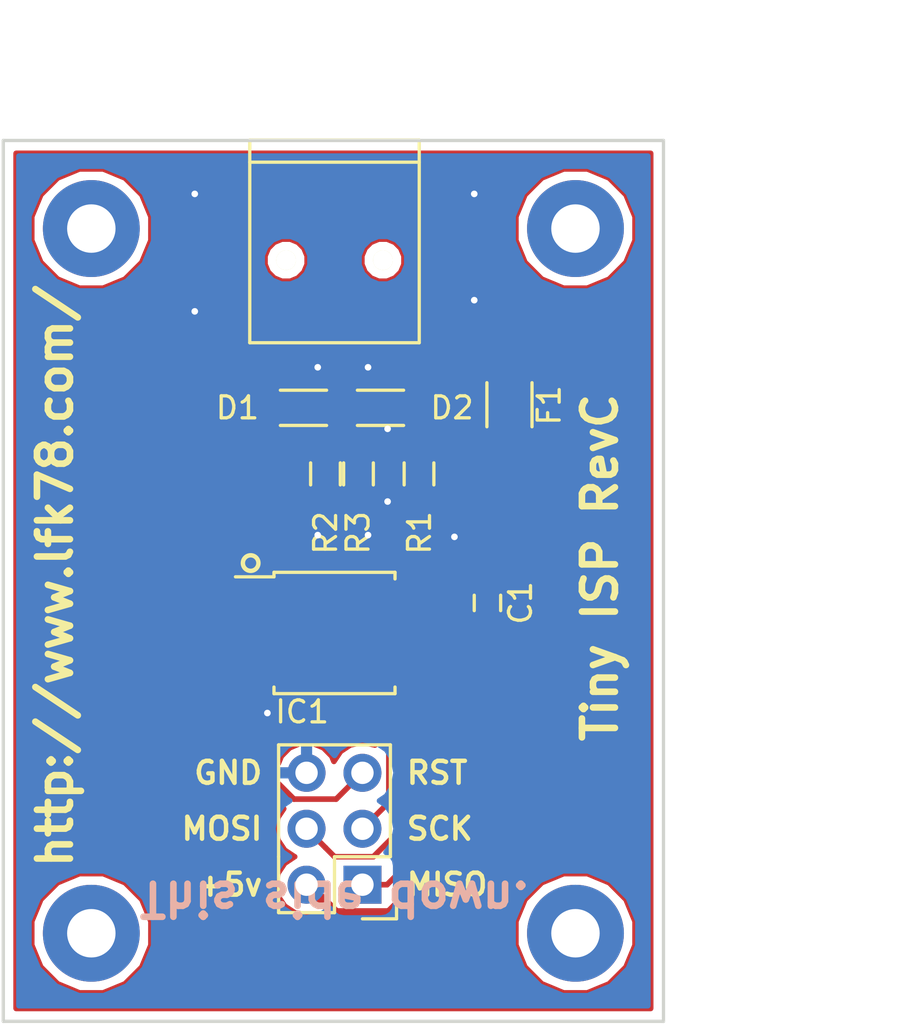
<source format=kicad_pcb>
(kicad_pcb (version 4) (host pcbnew 4.0.6)

  (general
    (links 37)
    (no_connects 0)
    (area 75.679999 37.884999 105.830001 78.035001)
    (thickness 1.6)
    (drawings 16)
    (tracks 83)
    (zones 0)
    (modules 26)
    (nets 13)
  )

  (page A4)
  (layers
    (0 F.Cu signal hide)
    (31 B.Cu signal hide)
    (32 B.Adhes user hide)
    (33 F.Adhes user hide)
    (34 B.Paste user hide)
    (35 F.Paste user hide)
    (36 B.SilkS user)
    (37 F.SilkS user)
    (38 B.Mask user)
    (39 F.Mask user)
    (40 Dwgs.User user)
    (41 Cmts.User user)
    (42 Eco1.User user)
    (43 Eco2.User user)
    (44 Edge.Cuts user)
    (45 Margin user hide)
    (46 B.CrtYd user hide)
    (47 F.CrtYd user hide)
    (48 B.Fab user hide)
    (49 F.Fab user hide)
  )

  (setup
    (last_trace_width 0.254)
    (user_trace_width 0.254)
    (user_trace_width 0.381)
    (user_trace_width 0.508)
    (user_trace_width 1.778)
    (trace_clearance 0.2032)
    (zone_clearance 0.381)
    (zone_45_only no)
    (trace_min 0.1778)
    (segment_width 0.2)
    (edge_width 0.15)
    (via_size 0.6858)
    (via_drill 0.3302)
    (via_min_size 0.6858)
    (via_min_drill 0.3302)
    (uvia_size 0.3)
    (uvia_drill 0.1)
    (uvias_allowed no)
    (uvia_min_size 0.2)
    (uvia_min_drill 0.1)
    (pcb_text_width 0.3)
    (pcb_text_size 1.5 1.5)
    (mod_edge_width 0.15)
    (mod_text_size 1 1)
    (mod_text_width 0.15)
    (pad_size 1.25 1.25)
    (pad_drill 0.55)
    (pad_to_mask_clearance 0.04)
    (solder_mask_min_width 0.1)
    (aux_axis_origin 71.755 60.96)
    (grid_origin 71.755 60.96)
    (visible_elements FFFFFF7F)
    (pcbplotparams
      (layerselection 0x010e0_80000001)
      (usegerberextensions true)
      (excludeedgelayer true)
      (linewidth 0.100000)
      (plotframeref false)
      (viasonmask false)
      (mode 1)
      (useauxorigin false)
      (hpglpennumber 1)
      (hpglpenspeed 20)
      (hpglpendiameter 15)
      (hpglpenoverlay 2)
      (psnegative false)
      (psa4output false)
      (plotreference true)
      (plotvalue true)
      (plotinvisibletext false)
      (padsonsilk false)
      (subtractmaskfromsilk true)
      (outputformat 1)
      (mirror false)
      (drillshape 0)
      (scaleselection 1)
      (outputdirectory isp-revc-gerbers/))
  )

  (net 0 "")
  (net 1 +5V)
  (net 2 GND)
  (net 3 D+)
  (net 4 D-)
  (net 5 "Net-(F1-Pad2)")
  (net 6 RST)
  (net 7 "Net-(IC1-Pad2)")
  (net 8 "Net-(IC1-Pad3)")
  (net 9 MOSI)
  (net 10 MISO)
  (net 11 SCK)
  (net 12 "Net-(P1-Pad4)")

  (net_class Default "This is the default net class."
    (clearance 0.2032)
    (trace_width 0.254)
    (via_dia 0.6858)
    (via_drill 0.3302)
    (uvia_dia 0.3)
    (uvia_drill 0.1)
    (add_net +5V)
    (add_net GND)
    (add_net MISO)
    (add_net MOSI)
    (add_net "Net-(F1-Pad2)")
    (add_net "Net-(P1-Pad4)")
    (add_net RST)
    (add_net SCK)
  )

  (net_class USB ""
    (clearance 0.1778)
    (trace_width 0.1778)
    (via_dia 0.6858)
    (via_drill 0.3302)
    (uvia_dia 0.3)
    (uvia_drill 0.1)
    (add_net D+)
    (add_net D-)
    (add_net "Net-(IC1-Pad2)")
    (add_net "Net-(IC1-Pad3)")
  )

  (module Mounting_Holes:MountingHole_2.2mm_M2_Pad (layer F.Cu) (tedit 596117CD) (tstamp 597054F5)
    (at 101.755 73.96)
    (descr "Mounting Hole 2.2mm, M2")
    (tags "mounting hole 2.2mm m2")
    (fp_text reference REF** (at 0 -3.2) (layer F.SilkS) hide
      (effects (font (size 1 1) (thickness 0.15)))
    )
    (fp_text value MountingHole_2.2mm_M2_Pad (at 0 3.2) (layer F.Fab)
      (effects (font (size 1 1) (thickness 0.15)))
    )
    (fp_circle (center 0 0) (end 2.2 0) (layer Cmts.User) (width 0.15))
    (fp_circle (center 0 0) (end 2.45 0) (layer F.CrtYd) (width 0.05))
    (pad 1 thru_hole circle (at 0 0) (size 4.4 4.4) (drill 2.2) (layers *.Cu *.Mask))
  )

  (module Mounting_Holes:MountingHole_2.2mm_M2_Pad (layer F.Cu) (tedit 596117CA) (tstamp 597054FB)
    (at 79.755 73.96)
    (descr "Mounting Hole 2.2mm, M2")
    (tags "mounting hole 2.2mm m2")
    (fp_text reference REF** (at 0 -3.2) (layer F.SilkS) hide
      (effects (font (size 1 1) (thickness 0.15)))
    )
    (fp_text value MountingHole_2.2mm_M2_Pad (at 0 3.2) (layer F.Fab)
      (effects (font (size 1 1) (thickness 0.15)))
    )
    (fp_circle (center 0 0) (end 2.2 0) (layer Cmts.User) (width 0.15))
    (fp_circle (center 0 0) (end 2.45 0) (layer F.CrtYd) (width 0.05))
    (pad 1 thru_hole circle (at 0 0) (size 4.4 4.4) (drill 2.2) (layers *.Cu *.Mask))
  )

  (module Mounting_Holes:MountingHole_2.2mm_M2_Pad (layer F.Cu) (tedit 596117D1) (tstamp 597054EF)
    (at 101.755 41.96)
    (descr "Mounting Hole 2.2mm, M2")
    (tags "mounting hole 2.2mm m2")
    (fp_text reference REF** (at 0 -3.2) (layer F.SilkS) hide
      (effects (font (size 1 1) (thickness 0.15)))
    )
    (fp_text value MountingHole_2.2mm_M2_Pad (at 0 3.2) (layer F.Fab)
      (effects (font (size 1 1) (thickness 0.15)))
    )
    (fp_circle (center 0 0) (end 2.2 0) (layer Cmts.User) (width 0.15))
    (fp_circle (center 0 0) (end 2.45 0) (layer F.CrtYd) (width 0.05))
    (pad 1 thru_hole circle (at 0 0) (size 4.4 4.4) (drill 2.2) (layers *.Cu *.Mask))
  )

  (module Keyboard:GNDVia-wRing (layer F.Cu) (tedit 585AE108) (tstamp 5960DD3F)
    (at 96.255 55.96)
    (fp_text reference REF** (at -0.8 1.1) (layer F.SilkS) hide
      (effects (font (size 1 1) (thickness 0.15)))
    )
    (fp_text value "GND Via" (at 0 -1) (layer F.Fab) hide
      (effects (font (size 1 1) (thickness 0.15)))
    )
    (pad GND thru_hole circle (at 0 0) (size 0.6 0.6) (drill 0.3) (layers *.Cu)
      (net 2 GND) (zone_connect 2))
  )

  (module Resistors_SMD:R_0603_HandSoldering (layer F.Cu) (tedit 58307AEF) (tstamp 585AD79F)
    (at 91.895 53.1 90)
    (descr "Resistor SMD 0603, hand soldering")
    (tags "resistor 0603")
    (path /5859EAF2)
    (attr smd)
    (fp_text reference R3 (at -2.6784 -0.0232 90) (layer F.SilkS)
      (effects (font (size 1 1) (thickness 0.15)))
    )
    (fp_text value 68Ω (at 0 1 90) (layer F.Fab)
      (effects (font (size 1 1) (thickness 0.15)))
    )
    (fp_line (start -0.8 0.4) (end -0.8 -0.4) (layer F.Fab) (width 0.1))
    (fp_line (start 0.8 0.4) (end -0.8 0.4) (layer F.Fab) (width 0.1))
    (fp_line (start 0.8 -0.4) (end 0.8 0.4) (layer F.Fab) (width 0.1))
    (fp_line (start -0.8 -0.4) (end 0.8 -0.4) (layer F.Fab) (width 0.1))
    (fp_line (start -2 -0.8) (end 2 -0.8) (layer F.CrtYd) (width 0.05))
    (fp_line (start -2 0.8) (end 2 0.8) (layer F.CrtYd) (width 0.05))
    (fp_line (start -2 -0.8) (end -2 0.8) (layer F.CrtYd) (width 0.05))
    (fp_line (start 2 -0.8) (end 2 0.8) (layer F.CrtYd) (width 0.05))
    (fp_line (start 0.5 0.675) (end -0.5 0.675) (layer F.SilkS) (width 0.15))
    (fp_line (start -0.5 -0.675) (end 0.5 -0.675) (layer F.SilkS) (width 0.15))
    (pad 1 smd rect (at -1.1 0 90) (size 1.2 0.9) (layers F.Cu F.Paste F.Mask)
      (net 8 "Net-(IC1-Pad3)"))
    (pad 2 smd rect (at 1.1 0 90) (size 1.2 0.9) (layers F.Cu F.Paste F.Mask)
      (net 4 D-))
    (model Resistors_SMD.3dshapes/R_0603_HandSoldering.wrl
      (at (xyz 0 0 0))
      (scale (xyz 1 1 1))
      (rotate (xyz 0 0 0))
    )
  )

  (module Keyboard:GNDVia-wRing (layer F.Cu) (tedit 585AE0FB) (tstamp 585ADED8)
    (at 97.155 40.386 270)
    (fp_text reference REF** (at -0.8 1.1 270) (layer F.SilkS) hide
      (effects (font (size 1 1) (thickness 0.15)))
    )
    (fp_text value "GND Via" (at 0 -1 270) (layer F.Fab) hide
      (effects (font (size 1 1) (thickness 0.15)))
    )
    (pad GND thru_hole circle (at 0 0 270) (size 0.6 0.6) (drill 0.3) (layers *.Cu)
      (net 2 GND) (zone_connect 2))
  )

  (module Keyboard:GNDVia-wRing (layer F.Cu) (tedit 585AE101) (tstamp 5921E8D3)
    (at 97.155 45.212 270)
    (fp_text reference REF** (at -0.8 1.1 270) (layer F.SilkS) hide
      (effects (font (size 1 1) (thickness 0.15)))
    )
    (fp_text value "GND Via" (at 0 -1 270) (layer F.Fab) hide
      (effects (font (size 1 1) (thickness 0.15)))
    )
    (pad GND thru_hole circle (at 0 0 270) (size 0.6 0.6) (drill 0.3) (layers *.Cu)
      (net 2 GND) (zone_connect 2))
  )

  (module Keyboard:GNDVia-wRing (layer F.Cu) (tedit 585AE101) (tstamp 5921E8CB)
    (at 84.455 45.72 270)
    (fp_text reference REF** (at -0.8 1.1 270) (layer F.SilkS) hide
      (effects (font (size 1 1) (thickness 0.15)))
    )
    (fp_text value "GND Via" (at 0 -1 270) (layer F.Fab) hide
      (effects (font (size 1 1) (thickness 0.15)))
    )
    (pad GND thru_hole circle (at 0 0 270) (size 0.6 0.6) (drill 0.3) (layers *.Cu)
      (net 2 GND) (zone_connect 2))
  )

  (module Keyboard:GNDVia-wRing (layer F.Cu) (tedit 585AE101) (tstamp 585ADED9)
    (at 84.455 40.386 270)
    (fp_text reference REF** (at -0.8 1.1 270) (layer F.SilkS) hide
      (effects (font (size 1 1) (thickness 0.15)))
    )
    (fp_text value "GND Via" (at 0 -1 270) (layer F.Fab) hide
      (effects (font (size 1 1) (thickness 0.15)))
    )
    (pad GND thru_hole circle (at 0 0 270) (size 0.6 0.6) (drill 0.3) (layers *.Cu)
      (net 2 GND) (zone_connect 2))
  )

  (module Keyboard:GNDVia-wRing (layer F.Cu) (tedit 585AE108) (tstamp 5921E8ED)
    (at 93.218 51.054 270)
    (fp_text reference REF** (at -0.8 1.1 270) (layer F.SilkS) hide
      (effects (font (size 1 1) (thickness 0.15)))
    )
    (fp_text value "GND Via" (at 0 -1 270) (layer F.Fab) hide
      (effects (font (size 1 1) (thickness 0.15)))
    )
    (pad GND thru_hole circle (at 0 0 270) (size 0.6 0.6) (drill 0.3) (layers *.Cu)
      (net 2 GND) (zone_connect 2))
  )

  (module Keyboard:GNDVia-wRing (layer F.Cu) (tedit 585AE108) (tstamp 5921E8E9)
    (at 93.218 54.356 270)
    (fp_text reference REF** (at -0.8 1.1 270) (layer F.SilkS) hide
      (effects (font (size 1 1) (thickness 0.15)))
    )
    (fp_text value "GND Via" (at 0 -1 270) (layer F.Fab) hide
      (effects (font (size 1 1) (thickness 0.15)))
    )
    (pad GND thru_hole circle (at 0 0 270) (size 0.6 0.6) (drill 0.3) (layers *.Cu)
      (net 2 GND) (zone_connect 2))
  )

  (module Keyboard:GNDVia-wRing (layer F.Cu) (tedit 585AE108) (tstamp 5921E8BE)
    (at 92.329 55.88 270)
    (fp_text reference REF** (at -0.8 1.1 270) (layer F.SilkS) hide
      (effects (font (size 1 1) (thickness 0.15)))
    )
    (fp_text value "GND Via" (at 0 -1 270) (layer F.Fab) hide
      (effects (font (size 1 1) (thickness 0.15)))
    )
    (pad GND thru_hole circle (at 0 0 270) (size 0.6 0.6) (drill 0.3) (layers *.Cu)
      (net 2 GND) (zone_connect 2))
  )

  (module Keyboard:GNDVia-wRing (layer F.Cu) (tedit 585AE108) (tstamp 5921E8BA)
    (at 90.043 55.88 270)
    (fp_text reference REF** (at -0.8 1.1 270) (layer F.SilkS) hide
      (effects (font (size 1 1) (thickness 0.15)))
    )
    (fp_text value "GND Via" (at 0 -1 270) (layer F.Fab) hide
      (effects (font (size 1 1) (thickness 0.15)))
    )
    (pad GND thru_hole circle (at 0 0 270) (size 0.6 0.6) (drill 0.3) (layers *.Cu)
      (net 2 GND) (zone_connect 2))
  )

  (module Keyboard:GNDVia-wRing (layer F.Cu) (tedit 585AE108) (tstamp 5921E8B6)
    (at 92.329 48.26 270)
    (fp_text reference REF** (at -0.8 1.1 270) (layer F.SilkS) hide
      (effects (font (size 1 1) (thickness 0.15)))
    )
    (fp_text value "GND Via" (at 0 -1 270) (layer F.Fab) hide
      (effects (font (size 1 1) (thickness 0.15)))
    )
    (pad GND thru_hole circle (at 0 0 270) (size 0.6 0.6) (drill 0.3) (layers *.Cu)
      (net 2 GND) (zone_connect 2))
  )

  (module Keyboard:GNDVia-wRing (layer F.Cu) (tedit 585AE108) (tstamp 5921E8B2)
    (at 90.043 48.26 270)
    (fp_text reference REF** (at -0.8 1.1 270) (layer F.SilkS) hide
      (effects (font (size 1 1) (thickness 0.15)))
    )
    (fp_text value "GND Via" (at 0 -1 270) (layer F.Fab) hide
      (effects (font (size 1 1) (thickness 0.15)))
    )
    (pad GND thru_hole circle (at 0 0 270) (size 0.6 0.6) (drill 0.3) (layers *.Cu)
      (net 2 GND) (zone_connect 2))
  )

  (module Keyboard:GNDVia-wRing (layer F.Cu) (tedit 585AE108) (tstamp 5921E8AE)
    (at 87.755 63.96)
    (fp_text reference REF** (at -0.8 1.1) (layer F.SilkS) hide
      (effects (font (size 1 1) (thickness 0.15)))
    )
    (fp_text value "GND Via" (at 0 -1) (layer F.Fab) hide
      (effects (font (size 1 1) (thickness 0.15)))
    )
    (pad GND thru_hole circle (at 0 0) (size 0.6 0.6) (drill 0.3) (layers *.Cu)
      (net 2 GND) (zone_connect 2))
  )

  (module Capacitors_SMD:C_1206_HandSoldering (layer F.Cu) (tedit 585AE33F) (tstamp 585AD768)
    (at 98.755 49.96 90)
    (descr "Capacitor SMD 1206, hand soldering")
    (tags "capacitor 1206")
    (path /5859EB81)
    (attr smd)
    (fp_text reference F1 (at -0.0272 1.8036 90) (layer F.SilkS)
      (effects (font (size 1 1) (thickness 0.15)))
    )
    (fp_text value F_Small (at 0 2.3 90) (layer F.Fab) hide
      (effects (font (size 1 1) (thickness 0.15)))
    )
    (fp_line (start -3.3 -1.15) (end 3.3 -1.15) (layer F.CrtYd) (width 0.05))
    (fp_line (start -3.3 1.15) (end 3.3 1.15) (layer F.CrtYd) (width 0.05))
    (fp_line (start -3.3 -1.15) (end -3.3 1.15) (layer F.CrtYd) (width 0.05))
    (fp_line (start 3.3 -1.15) (end 3.3 1.15) (layer F.CrtYd) (width 0.05))
    (fp_line (start 1 -1.025) (end -1 -1.025) (layer F.SilkS) (width 0.15))
    (fp_line (start -1 1.025) (end 1 1.025) (layer F.SilkS) (width 0.15))
    (pad 1 smd rect (at -2 0 90) (size 2 1.6) (layers F.Cu F.Paste F.Mask)
      (net 1 +5V))
    (pad 2 smd rect (at 2 0 90) (size 2 1.6) (layers F.Cu F.Paste F.Mask)
      (net 5 "Net-(F1-Pad2)"))
    (model Capacitors_SMD.3dshapes/C_1206_HandSoldering.wrl
      (at (xyz 0 0 0))
      (scale (xyz 1 1 1))
      (rotate (xyz 0 0 0))
    )
  )

  (module Connect:USB_Mini-B (layer F.Cu) (tedit 59217DE3) (tstamp 585AD783)
    (at 90.805 42.545 270)
    (descr "USB Mini-B 5-pin SMD connector")
    (tags "USB USB_B USB_Mini connector")
    (path /5859E8A3)
    (attr smd)
    (fp_text reference P1 (at 0.635 6.35 270) (layer F.SilkS) hide
      (effects (font (size 1 1) (thickness 0.15)))
    )
    (fp_text value USB_OTG (at 0 -7.0993 270) (layer F.Fab) hide
      (effects (font (size 1 1) (thickness 0.15)))
    )
    (fp_line (start -4.85 -5.7) (end 4.85 -5.7) (layer F.CrtYd) (width 0.05))
    (fp_line (start 4.85 -5.7) (end 4.85 5.7) (layer F.CrtYd) (width 0.05))
    (fp_line (start 4.85 5.7) (end -4.85 5.7) (layer F.CrtYd) (width 0.05))
    (fp_line (start -4.85 5.7) (end -4.85 -5.7) (layer F.CrtYd) (width 0.05))
    (fp_line (start -3.59918 -3.85064) (end -3.59918 3.85064) (layer F.SilkS) (width 0.15))
    (fp_line (start -4.59994 -3.85064) (end -4.59994 3.85064) (layer F.SilkS) (width 0.15))
    (fp_line (start -4.59994 3.85064) (end 4.59994 3.85064) (layer F.SilkS) (width 0.15))
    (fp_line (start 4.59994 3.85064) (end 4.59994 -3.85064) (layer F.SilkS) (width 0.15))
    (fp_line (start 4.59994 -3.85064) (end -4.59994 -3.85064) (layer F.SilkS) (width 0.15))
    (pad 1 smd rect (at 3.44932 -1.6002 270) (size 2.30124 0.50038) (layers F.Cu F.Paste F.Mask)
      (net 5 "Net-(F1-Pad2)"))
    (pad 2 smd rect (at 3.44932 -0.8001 270) (size 2.30124 0.50038) (layers F.Cu F.Paste F.Mask)
      (net 4 D-))
    (pad 3 smd rect (at 3.44932 0 270) (size 2.30124 0.50038) (layers F.Cu F.Paste F.Mask)
      (net 3 D+))
    (pad 4 smd rect (at 3.44932 0.8001 270) (size 2.30124 0.50038) (layers F.Cu F.Paste F.Mask)
      (net 12 "Net-(P1-Pad4)"))
    (pad 5 smd rect (at 3.44932 1.6002 270) (size 2.30124 0.50038) (layers F.Cu F.Paste F.Mask)
      (net 2 GND))
    (pad 6 smd rect (at 3.35026 -4.45008 270) (size 2.49936 1.99898) (layers F.Cu F.Paste F.Mask)
      (net 2 GND))
    (pad 6 smd rect (at -2.14884 -4.45008 270) (size 2.49936 1.99898) (layers F.Cu F.Paste F.Mask)
      (net 2 GND))
    (pad 6 smd rect (at 3.35026 4.45008 270) (size 2.49936 1.99898) (layers F.Cu F.Paste F.Mask)
      (net 2 GND))
    (pad 6 smd rect (at -2.14884 4.45008 270) (size 2.49936 1.99898) (layers F.Cu F.Paste F.Mask)
      (net 2 GND))
    (pad "" np_thru_hole circle (at 0.8509 -2.19964 270) (size 0.89916 0.89916) (drill 0.89916) (layers *.Cu *.Mask F.SilkS))
    (pad "" np_thru_hole circle (at 0.8509 2.19964 270) (size 0.89916 0.89916) (drill 0.89916) (layers *.Cu *.Mask F.SilkS))
  )

  (module Housings_SOIC:SOIJ-8_5.3x5.3mm_Pitch1.27mm (layer F.Cu) (tedit 54130A77) (tstamp 585AD774)
    (at 90.805 60.325)
    (descr "8-Lead Plastic Small Outline (SM) - Medium, 5.28 mm Body [SOIC] (see Microchip Packaging Specification 00000049BS.pdf)")
    (tags "SOIC 1.27")
    (path /5859E950)
    (attr smd)
    (fp_text reference IC1 (at -1.4732 3.5814) (layer F.SilkS)
      (effects (font (size 1 1) (thickness 0.15)))
    )
    (fp_text value ATTINY45-S (at 0 3.68) (layer F.Fab)
      (effects (font (size 1 1) (thickness 0.15)))
    )
    (fp_line (start -1.65 -2.65) (end 2.65 -2.65) (layer F.Fab) (width 0.15))
    (fp_line (start 2.65 -2.65) (end 2.65 2.65) (layer F.Fab) (width 0.15))
    (fp_line (start 2.65 2.65) (end -2.65 2.65) (layer F.Fab) (width 0.15))
    (fp_line (start -2.65 2.65) (end -2.65 -1.65) (layer F.Fab) (width 0.15))
    (fp_line (start -2.65 -1.65) (end -1.65 -2.65) (layer F.Fab) (width 0.15))
    (fp_line (start -4.75 -2.95) (end -4.75 2.95) (layer F.CrtYd) (width 0.05))
    (fp_line (start 4.75 -2.95) (end 4.75 2.95) (layer F.CrtYd) (width 0.05))
    (fp_line (start -4.75 -2.95) (end 4.75 -2.95) (layer F.CrtYd) (width 0.05))
    (fp_line (start -4.75 2.95) (end 4.75 2.95) (layer F.CrtYd) (width 0.05))
    (fp_line (start -2.75 -2.755) (end -2.75 -2.55) (layer F.SilkS) (width 0.15))
    (fp_line (start 2.75 -2.755) (end 2.75 -2.455) (layer F.SilkS) (width 0.15))
    (fp_line (start 2.75 2.755) (end 2.75 2.455) (layer F.SilkS) (width 0.15))
    (fp_line (start -2.75 2.755) (end -2.75 2.455) (layer F.SilkS) (width 0.15))
    (fp_line (start -2.75 -2.755) (end 2.75 -2.755) (layer F.SilkS) (width 0.15))
    (fp_line (start -2.75 2.755) (end 2.75 2.755) (layer F.SilkS) (width 0.15))
    (fp_line (start -2.75 -2.55) (end -4.5 -2.55) (layer F.SilkS) (width 0.15))
    (pad 1 smd rect (at -3.65 -1.905) (size 1.7 0.65) (layers F.Cu F.Paste F.Mask)
      (net 6 RST))
    (pad 2 smd rect (at -3.65 -0.635) (size 1.7 0.65) (layers F.Cu F.Paste F.Mask)
      (net 7 "Net-(IC1-Pad2)"))
    (pad 3 smd rect (at -3.65 0.635) (size 1.7 0.65) (layers F.Cu F.Paste F.Mask)
      (net 8 "Net-(IC1-Pad3)"))
    (pad 4 smd rect (at -3.65 1.905) (size 1.7 0.65) (layers F.Cu F.Paste F.Mask)
      (net 2 GND))
    (pad 5 smd rect (at 3.65 1.905) (size 1.7 0.65) (layers F.Cu F.Paste F.Mask)
      (net 9 MOSI))
    (pad 6 smd rect (at 3.65 0.635) (size 1.7 0.65) (layers F.Cu F.Paste F.Mask)
      (net 10 MISO))
    (pad 7 smd rect (at 3.65 -0.635) (size 1.7 0.65) (layers F.Cu F.Paste F.Mask)
      (net 11 SCK))
    (pad 8 smd rect (at 3.65 -1.905) (size 1.7 0.65) (layers F.Cu F.Paste F.Mask)
      (net 1 +5V))
    (model Housings_SOIC.3dshapes/SOIJ-8_5.3x5.3mm_Pitch1.27mm.wrl
      (at (xyz 0 0 0))
      (scale (xyz 1 1 1))
      (rotate (xyz 0 0 0))
    )
  )

  (module Diodes_SMD:SOD-323_HandSoldering (layer F.Cu) (tedit 57A875DC) (tstamp 585AD762)
    (at 93.145 50.1)
    (descr SOD-323)
    (tags SOD-323)
    (path /5859EA63)
    (attr smd)
    (fp_text reference D2 (at 3 0) (layer F.SilkS)
      (effects (font (size 1 1) (thickness 0.15)))
    )
    (fp_text value 3.6v (at 0 -1.5) (layer F.Fab)
      (effects (font (size 1 1) (thickness 0.15)))
    )
    (fp_line (start 0.2 0) (end 0.45 0) (layer F.Fab) (width 0.15))
    (fp_line (start 0.2 0.35) (end -0.3 0) (layer F.Fab) (width 0.15))
    (fp_line (start 0.2 -0.35) (end 0.2 0.35) (layer F.Fab) (width 0.15))
    (fp_line (start -0.3 0) (end 0.2 -0.35) (layer F.Fab) (width 0.15))
    (fp_line (start -0.3 0) (end -0.5 0) (layer F.Fab) (width 0.15))
    (fp_line (start -0.3 -0.35) (end -0.3 0.35) (layer F.Fab) (width 0.15))
    (fp_line (start -0.85 0.65) (end -0.85 -0.65) (layer F.Fab) (width 0.15))
    (fp_line (start 0.85 0.65) (end -0.85 0.65) (layer F.Fab) (width 0.15))
    (fp_line (start 0.85 -0.65) (end 0.85 0.65) (layer F.Fab) (width 0.15))
    (fp_line (start -0.85 -0.65) (end 0.85 -0.65) (layer F.Fab) (width 0.15))
    (fp_line (start -1.9 -0.95) (end 1.9 -0.95) (layer F.CrtYd) (width 0.05))
    (fp_line (start 1.9 -0.95) (end 1.9 0.95) (layer F.CrtYd) (width 0.05))
    (fp_line (start -1.9 0.95) (end 1.9 0.95) (layer F.CrtYd) (width 0.05))
    (fp_line (start -1.9 -0.95) (end -1.9 0.95) (layer F.CrtYd) (width 0.05))
    (fp_line (start -1.3 0.8) (end 0.8 0.8) (layer F.SilkS) (width 0.15))
    (fp_line (start -1.3 -0.8) (end 0.8 -0.8) (layer F.SilkS) (width 0.15))
    (pad 1 smd rect (at -1.25 0) (size 1 1) (layers F.Cu F.Paste F.Mask)
      (net 4 D-))
    (pad 2 smd rect (at 1.25 0) (size 1 1) (layers F.Cu F.Paste F.Mask)
      (net 2 GND))
    (model Diodes_SMD.3dshapes/SOD-323.wrl
      (at (xyz 0 0 0))
      (scale (xyz 1 1 1))
      (rotate (xyz 0 0 180))
    )
  )

  (module Diodes_SMD:SOD-323_HandSoldering (layer F.Cu) (tedit 57A875DC) (tstamp 585AD75C)
    (at 89.145 50.1 180)
    (descr SOD-323)
    (tags SOD-323)
    (path /5859EA33)
    (attr smd)
    (fp_text reference D1 (at 2.75 0 180) (layer F.SilkS)
      (effects (font (size 1 1) (thickness 0.15)))
    )
    (fp_text value 3.6v (at 0.1 1.5 180) (layer F.Fab)
      (effects (font (size 1 1) (thickness 0.15)))
    )
    (fp_line (start 0.2 0) (end 0.45 0) (layer F.Fab) (width 0.15))
    (fp_line (start 0.2 0.35) (end -0.3 0) (layer F.Fab) (width 0.15))
    (fp_line (start 0.2 -0.35) (end 0.2 0.35) (layer F.Fab) (width 0.15))
    (fp_line (start -0.3 0) (end 0.2 -0.35) (layer F.Fab) (width 0.15))
    (fp_line (start -0.3 0) (end -0.5 0) (layer F.Fab) (width 0.15))
    (fp_line (start -0.3 -0.35) (end -0.3 0.35) (layer F.Fab) (width 0.15))
    (fp_line (start -0.85 0.65) (end -0.85 -0.65) (layer F.Fab) (width 0.15))
    (fp_line (start 0.85 0.65) (end -0.85 0.65) (layer F.Fab) (width 0.15))
    (fp_line (start 0.85 -0.65) (end 0.85 0.65) (layer F.Fab) (width 0.15))
    (fp_line (start -0.85 -0.65) (end 0.85 -0.65) (layer F.Fab) (width 0.15))
    (fp_line (start -1.9 -0.95) (end 1.9 -0.95) (layer F.CrtYd) (width 0.05))
    (fp_line (start 1.9 -0.95) (end 1.9 0.95) (layer F.CrtYd) (width 0.05))
    (fp_line (start -1.9 0.95) (end 1.9 0.95) (layer F.CrtYd) (width 0.05))
    (fp_line (start -1.9 -0.95) (end -1.9 0.95) (layer F.CrtYd) (width 0.05))
    (fp_line (start -1.3 0.8) (end 0.8 0.8) (layer F.SilkS) (width 0.15))
    (fp_line (start -1.3 -0.8) (end 0.8 -0.8) (layer F.SilkS) (width 0.15))
    (pad 1 smd rect (at -1.25 0 180) (size 1 1) (layers F.Cu F.Paste F.Mask)
      (net 3 D+))
    (pad 2 smd rect (at 1.25 0 180) (size 1 1) (layers F.Cu F.Paste F.Mask)
      (net 2 GND))
    (model Diodes_SMD.3dshapes/SOD-323.wrl
      (at (xyz 0 0 0))
      (scale (xyz 1 1 1))
      (rotate (xyz 0 0 180))
    )
  )

  (module Resistors_SMD:R_0603_HandSoldering (layer F.Cu) (tedit 58307AEF) (tstamp 585AD799)
    (at 90.395 53.1 90)
    (descr "Resistor SMD 0603, hand soldering")
    (tags "resistor 0603")
    (path /5859EAB6)
    (attr smd)
    (fp_text reference R2 (at -2.6784 0.0036 270) (layer F.SilkS)
      (effects (font (size 1 1) (thickness 0.15)))
    )
    (fp_text value 68Ω (at 0 -1.25 90) (layer F.Fab)
      (effects (font (size 1 1) (thickness 0.15)))
    )
    (fp_line (start -0.8 0.4) (end -0.8 -0.4) (layer F.Fab) (width 0.1))
    (fp_line (start 0.8 0.4) (end -0.8 0.4) (layer F.Fab) (width 0.1))
    (fp_line (start 0.8 -0.4) (end 0.8 0.4) (layer F.Fab) (width 0.1))
    (fp_line (start -0.8 -0.4) (end 0.8 -0.4) (layer F.Fab) (width 0.1))
    (fp_line (start -2 -0.8) (end 2 -0.8) (layer F.CrtYd) (width 0.05))
    (fp_line (start -2 0.8) (end 2 0.8) (layer F.CrtYd) (width 0.05))
    (fp_line (start -2 -0.8) (end -2 0.8) (layer F.CrtYd) (width 0.05))
    (fp_line (start 2 -0.8) (end 2 0.8) (layer F.CrtYd) (width 0.05))
    (fp_line (start 0.5 0.675) (end -0.5 0.675) (layer F.SilkS) (width 0.15))
    (fp_line (start -0.5 -0.675) (end 0.5 -0.675) (layer F.SilkS) (width 0.15))
    (pad 1 smd rect (at -1.1 0 90) (size 1.2 0.9) (layers F.Cu F.Paste F.Mask)
      (net 7 "Net-(IC1-Pad2)"))
    (pad 2 smd rect (at 1.1 0 90) (size 1.2 0.9) (layers F.Cu F.Paste F.Mask)
      (net 3 D+))
    (model Resistors_SMD.3dshapes/R_0603_HandSoldering.wrl
      (at (xyz 0 0 0))
      (scale (xyz 1 1 1))
      (rotate (xyz 0 0 0))
    )
  )

  (module Resistors_SMD:R_0603_HandSoldering (layer F.Cu) (tedit 58307AEF) (tstamp 585AD793)
    (at 94.645 53.1 90)
    (descr "Resistor SMD 0603, hand soldering")
    (tags "resistor 0603")
    (path /5859EA8C)
    (attr smd)
    (fp_text reference R1 (at -2.6784 0.0208 90) (layer F.SilkS)
      (effects (font (size 1 1) (thickness 0.15)))
    )
    (fp_text value 1.7kΩ (at 0 1 90) (layer F.Fab)
      (effects (font (size 1 1) (thickness 0.15)))
    )
    (fp_line (start -0.8 0.4) (end -0.8 -0.4) (layer F.Fab) (width 0.1))
    (fp_line (start 0.8 0.4) (end -0.8 0.4) (layer F.Fab) (width 0.1))
    (fp_line (start 0.8 -0.4) (end 0.8 0.4) (layer F.Fab) (width 0.1))
    (fp_line (start -0.8 -0.4) (end 0.8 -0.4) (layer F.Fab) (width 0.1))
    (fp_line (start -2 -0.8) (end 2 -0.8) (layer F.CrtYd) (width 0.05))
    (fp_line (start -2 0.8) (end 2 0.8) (layer F.CrtYd) (width 0.05))
    (fp_line (start -2 -0.8) (end -2 0.8) (layer F.CrtYd) (width 0.05))
    (fp_line (start 2 -0.8) (end 2 0.8) (layer F.CrtYd) (width 0.05))
    (fp_line (start 0.5 0.675) (end -0.5 0.675) (layer F.SilkS) (width 0.15))
    (fp_line (start -0.5 -0.675) (end 0.5 -0.675) (layer F.SilkS) (width 0.15))
    (pad 1 smd rect (at -1.1 0 90) (size 1.2 0.9) (layers F.Cu F.Paste F.Mask)
      (net 1 +5V))
    (pad 2 smd rect (at 1.1 0 90) (size 1.2 0.9) (layers F.Cu F.Paste F.Mask)
      (net 4 D-))
    (model Resistors_SMD.3dshapes/R_0603_HandSoldering.wrl
      (at (xyz 0 0 0))
      (scale (xyz 1 1 1))
      (rotate (xyz 0 0 0))
    )
  )

  (module Capacitors_SMD:C_0603_HandSoldering (layer F.Cu) (tedit 541A9B4D) (tstamp 585AD756)
    (at 97.755 58.96 270)
    (descr "Capacitor SMD 0603, hand soldering")
    (tags "capacitor 0603")
    (path /5859EB3F)
    (attr smd)
    (fp_text reference C1 (at 0 -1.5 270) (layer F.SilkS)
      (effects (font (size 1 1) (thickness 0.15)))
    )
    (fp_text value 0.1µF (at 0 1 270) (layer F.Fab)
      (effects (font (size 1 1) (thickness 0.15)))
    )
    (fp_line (start -0.8 0.4) (end -0.8 -0.4) (layer F.Fab) (width 0.15))
    (fp_line (start 0.8 0.4) (end -0.8 0.4) (layer F.Fab) (width 0.15))
    (fp_line (start 0.8 -0.4) (end 0.8 0.4) (layer F.Fab) (width 0.15))
    (fp_line (start -0.8 -0.4) (end 0.8 -0.4) (layer F.Fab) (width 0.15))
    (fp_line (start -1.85 -0.75) (end 1.85 -0.75) (layer F.CrtYd) (width 0.05))
    (fp_line (start -1.85 0.75) (end 1.85 0.75) (layer F.CrtYd) (width 0.05))
    (fp_line (start -1.85 -0.75) (end -1.85 0.75) (layer F.CrtYd) (width 0.05))
    (fp_line (start 1.85 -0.75) (end 1.85 0.75) (layer F.CrtYd) (width 0.05))
    (fp_line (start -0.35 -0.6) (end 0.35 -0.6) (layer F.SilkS) (width 0.15))
    (fp_line (start 0.35 0.6) (end -0.35 0.6) (layer F.SilkS) (width 0.15))
    (pad 1 smd rect (at -0.95 0 270) (size 1.2 0.75) (layers F.Cu F.Paste F.Mask)
      (net 1 +5V))
    (pad 2 smd rect (at 0.95 0 270) (size 1.2 0.75) (layers F.Cu F.Paste F.Mask)
      (net 2 GND))
    (model Capacitors_SMD.3dshapes/C_0603_HandSoldering.wrl
      (at (xyz 0 0 0))
      (scale (xyz 1 1 1))
      (rotate (xyz 0 0 0))
    )
  )

  (module Pin_Headers:Pin_Header_Straight_2x03 (layer F.Cu) (tedit 59217DDE) (tstamp 585AD78D)
    (at 92.075 71.755 180)
    (descr "Through hole pin header")
    (tags "pin header")
    (path /5859F792)
    (fp_text reference P2 (at 0 -2.46 180) (layer F.SilkS) hide
      (effects (font (size 1 1) (thickness 0.15)))
    )
    (fp_text value CONN_02X03 (at 0 -3.1 180) (layer F.Fab)
      (effects (font (size 1 1) (thickness 0.15)))
    )
    (fp_line (start -1.27 1.27) (end -1.27 6.35) (layer F.SilkS) (width 0.15))
    (fp_line (start -1.55 -1.55) (end 0 -1.55) (layer F.SilkS) (width 0.15))
    (fp_line (start -1.75 -1.75) (end -1.75 6.85) (layer F.CrtYd) (width 0.05))
    (fp_line (start 4.3 -1.75) (end 4.3 6.85) (layer F.CrtYd) (width 0.05))
    (fp_line (start -1.75 -1.75) (end 4.3 -1.75) (layer F.CrtYd) (width 0.05))
    (fp_line (start -1.75 6.85) (end 4.3 6.85) (layer F.CrtYd) (width 0.05))
    (fp_line (start 1.27 -1.27) (end 1.27 1.27) (layer F.SilkS) (width 0.15))
    (fp_line (start 1.27 1.27) (end -1.27 1.27) (layer F.SilkS) (width 0.15))
    (fp_line (start -1.27 6.35) (end 3.81 6.35) (layer F.SilkS) (width 0.15))
    (fp_line (start 3.81 6.35) (end 3.81 1.27) (layer F.SilkS) (width 0.15))
    (fp_line (start -1.55 -1.55) (end -1.55 0) (layer F.SilkS) (width 0.15))
    (fp_line (start 3.81 -1.27) (end 1.27 -1.27) (layer F.SilkS) (width 0.15))
    (fp_line (start 3.81 1.27) (end 3.81 -1.27) (layer F.SilkS) (width 0.15))
    (pad 1 thru_hole rect (at 0 0 180) (size 1.7272 1.7272) (drill 1.016) (layers *.Cu *.Mask)
      (net 10 MISO))
    (pad 2 thru_hole oval (at 2.54 0 180) (size 1.7272 1.7272) (drill 1.016) (layers *.Cu *.Mask)
      (net 1 +5V))
    (pad 3 thru_hole oval (at 0 2.54 180) (size 1.7272 1.7272) (drill 1.016) (layers *.Cu *.Mask)
      (net 11 SCK))
    (pad 4 thru_hole oval (at 2.54 2.54 180) (size 1.7272 1.7272) (drill 1.016) (layers *.Cu *.Mask)
      (net 9 MOSI))
    (pad 5 thru_hole oval (at 0 5.08 180) (size 1.7272 1.7272) (drill 1.016) (layers *.Cu *.Mask)
      (net 6 RST))
    (pad 6 thru_hole oval (at 2.54 5.08 180) (size 1.7272 1.7272) (drill 1.016) (layers *.Cu *.Mask)
      (net 2 GND))
    (model Pin_Headers.3dshapes/Pin_Header_Straight_2x03.wrl
      (at (xyz 0.05 -0.1 0))
      (scale (xyz 1 1 1))
      (rotate (xyz 0 0 90))
    )
  )

  (module Mounting_Holes:MountingHole_2.2mm_M2_Pad (layer F.Cu) (tedit 596117D5) (tstamp 597054E6)
    (at 79.755 41.96)
    (descr "Mounting Hole 2.2mm, M2")
    (tags "mounting hole 2.2mm m2")
    (fp_text reference REF** (at 0 -3.2) (layer F.SilkS) hide
      (effects (font (size 1 1) (thickness 0.15)))
    )
    (fp_text value MountingHole_2.2mm_M2_Pad (at 0 3.2) (layer F.Fab)
      (effects (font (size 1 1) (thickness 0.15)))
    )
    (fp_circle (center 0 0) (end 2.2 0) (layer Cmts.User) (width 0.15))
    (fp_circle (center 0 0) (end 2.45 0) (layer F.CrtYd) (width 0.05))
    (pad 1 thru_hole circle (at 0 0) (size 4.4 4.4) (drill 2.2) (layers *.Cu *.Mask))
  )

  (gr_line (start 105.755 77.96) (end 105.755 37.96) (layer Edge.Cuts) (width 0.15))
  (gr_line (start 75.755 77.96) (end 105.755 77.96) (layer Edge.Cuts) (width 0.15))
  (gr_line (start 75.755 37.96) (end 75.755 77.96) (layer Edge.Cuts) (width 0.15))
  (gr_line (start 105.755 37.96) (end 75.755 37.96) (layer Edge.Cuts) (width 0.15))
  (dimension 30 (width 0.3) (layer Eco2.User) (tstamp 5921E948)
    (gr_text "30.000 mm" (at 90.755 33.435) (layer Eco2.User) (tstamp 5961110D)
      (effects (font (size 1.5 1.5) (thickness 0.3)))
    )
    (feature1 (pts (xy 105.755 37.96) (xy 105.755 32.085)))
    (feature2 (pts (xy 75.755 37.96) (xy 75.755 32.085)))
    (crossbar (pts (xy 75.755 34.785) (xy 105.755 34.785)))
    (arrow1a (pts (xy 105.755 34.785) (xy 104.628496 35.371421)))
    (arrow1b (pts (xy 105.755 34.785) (xy 104.628496 34.198579)))
    (arrow2a (pts (xy 75.755 34.785) (xy 76.881504 35.371421)))
    (arrow2b (pts (xy 75.755 34.785) (xy 76.881504 34.198579)))
  )
  (gr_text "This side down." (at 90.805 72.39 180) (layer B.SilkS)
    (effects (font (size 1.5 1.5) (thickness 0.3)) (justify mirror))
  )
  (gr_text +5v (at 87.63 71.755) (layer F.SilkS) (tstamp 5921E7EA)
    (effects (font (size 1 1) (thickness 0.2)) (justify right))
  )
  (gr_text RST (at 93.98 66.675) (layer F.SilkS) (tstamp 5921E7E9)
    (effects (font (size 1 1) (thickness 0.2)) (justify left))
  )
  (gr_text SCK (at 93.98 69.215) (layer F.SilkS) (tstamp 5921E7E8)
    (effects (font (size 1 1) (thickness 0.2)) (justify left))
  )
  (gr_text http://www.lfk78.com/ (at 78.105 71.12 90) (layer F.SilkS) (tstamp 5920B9BB)
    (effects (font (size 1.5 1.5) (thickness 0.3)) (justify left))
  )
  (gr_circle (center 86.995 57.15) (end 87.245 57.4) (layer F.SilkS) (width 0.2))
  (gr_text "Tiny ISP RevC" (at 102.87 65.405 90) (layer F.SilkS)
    (effects (font (size 1.5 1.5) (thickness 0.3)) (justify left))
  )
  (dimension 40 (width 0.3) (layer Eco2.User)
    (gr_text "40.000 mm" (at 114.28 57.96 270) (layer Eco2.User) (tstamp 59611104)
      (effects (font (size 1.5 1.5) (thickness 0.3)))
    )
    (feature1 (pts (xy 109.755 77.96) (xy 115.63 77.96)))
    (feature2 (pts (xy 109.755 37.96) (xy 115.63 37.96)))
    (crossbar (pts (xy 112.93 37.96) (xy 112.93 77.96)))
    (arrow1a (pts (xy 112.93 77.96) (xy 112.343579 76.833496)))
    (arrow1b (pts (xy 112.93 77.96) (xy 113.516421 76.833496)))
    (arrow2a (pts (xy 112.93 37.96) (xy 112.343579 39.086504)))
    (arrow2b (pts (xy 112.93 37.96) (xy 113.516421 39.086504)))
  )
  (gr_text MOSI (at 87.63 69.215) (layer F.SilkS)
    (effects (font (size 1 1) (thickness 0.2)) (justify right))
  )
  (gr_text GND (at 87.63 66.675) (layer F.SilkS)
    (effects (font (size 1 1) (thickness 0.2)) (justify right))
  )
  (gr_text MISO (at 93.98 71.755) (layer F.SilkS)
    (effects (font (size 1 1) (thickness 0.2)) (justify left))
  )

  (segment (start 96.52 58.42) (end 97.345 58.42) (width 0.508) (layer F.Cu) (net 1))
  (segment (start 90.855801 73.075801) (end 90.398599 72.618599) (width 0.508) (layer F.Cu) (net 1))
  (segment (start 94.455 58.42) (end 96.52 58.42) (width 0.508) (layer F.Cu) (net 1))
  (segment (start 96.52 58.42) (end 96.52 69.860162) (width 0.508) (layer F.Cu) (net 1))
  (segment (start 96.52 69.860162) (end 93.304361 73.075801) (width 0.508) (layer F.Cu) (net 1))
  (segment (start 93.304361 73.075801) (end 90.855801 73.075801) (width 0.508) (layer F.Cu) (net 1))
  (segment (start 90.398599 72.618599) (end 89.535 71.755) (width 0.508) (layer F.Cu) (net 1))
  (segment (start 96.795 54.2) (end 96.795 54.12) (width 0.508) (layer F.Cu) (net 1))
  (segment (start 96.795 54.12) (end 98.755 52.16) (width 0.508) (layer F.Cu) (net 1) (status 20))
  (segment (start 98.755 52.16) (end 98.755 51.96) (width 0.508) (layer F.Cu) (net 1) (status 30))
  (segment (start 93.727038 58.42) (end 94.455 58.42) (width 0.508) (layer F.Cu) (net 1) (status 30))
  (segment (start 96.795 54.2) (end 97.755 55.16) (width 0.508) (layer F.Cu) (net 1))
  (segment (start 97.755 55.16) (end 97.755 58.01) (width 0.508) (layer F.Cu) (net 1) (status 20))
  (segment (start 97.345 58.42) (end 97.755 58.01) (width 0.508) (layer F.Cu) (net 1) (status 20))
  (segment (start 94.645 54.2) (end 96.795 54.2) (width 0.508) (layer F.Cu) (net 1) (status 10))
  (segment (start 89.2048 45.99432) (end 86.45398 45.99432) (width 0.254) (layer F.Cu) (net 2) (status 30))
  (segment (start 86.45398 45.99432) (end 86.35492 45.89526) (width 0.254) (layer F.Cu) (net 2) (status 30))
  (segment (start 87.895 50.1) (end 87.895 51.446) (width 0.254) (layer F.Cu) (net 2) (status 10))
  (segment (start 87.895 51.446) (end 89.535 53.086) (width 0.254) (layer F.Cu) (net 2))
  (segment (start 89.535 53.086) (end 95.885 53.086) (width 0.254) (layer F.Cu) (net 2))
  (segment (start 94.395 50.1) (end 95.532435 50.1) (width 0.254) (layer F.Cu) (net 2) (status 10))
  (segment (start 95.532435 50.1) (end 95.885 50.452565) (width 0.254) (layer F.Cu) (net 2))
  (segment (start 95.885 50.452565) (end 95.885 53.086) (width 0.254) (layer F.Cu) (net 2))
  (segment (start 95.885 53.086) (end 93.345 53.086) (width 0.254) (layer F.Cu) (net 2))
  (segment (start 90.805 45.99432) (end 90.928867 46.118187) (width 0.1778) (layer F.Cu) (net 3) (status 30))
  (segment (start 90.928867 46.118187) (end 90.928867 47.135693) (width 0.1778) (layer F.Cu) (net 3) (status 30))
  (segment (start 90.928867 47.135693) (end 91.022946 47.229772) (width 0.1778) (layer F.Cu) (net 3) (status 10))
  (segment (start 91.022946 47.229772) (end 91.022946 49.588497) (width 0.1778) (layer F.Cu) (net 3))
  (segment (start 91.022946 49.588497) (end 90.511443 50.1) (width 0.1778) (layer F.Cu) (net 3) (status 20))
  (segment (start 90.511443 50.1) (end 90.395 50.1) (width 0.1778) (layer F.Cu) (net 3) (status 30))
  (segment (start 90.395 50.1) (end 90.510876 50.1) (width 0.1778) (layer F.Cu) (net 3) (status 30))
  (segment (start 90.510876 50.1) (end 90.956792 50.545916) (width 0.1778) (layer F.Cu) (net 3) (status 10))
  (segment (start 90.956792 50.545916) (end 90.956792 51.412634) (width 0.1778) (layer F.Cu) (net 3))
  (segment (start 90.956792 51.412634) (end 90.395 51.974426) (width 0.1778) (layer F.Cu) (net 3) (status 20))
  (segment (start 90.395 51.974426) (end 90.395 52) (width 0.1778) (layer F.Cu) (net 3) (status 30))
  (segment (start 91.6051 45.99432) (end 91.6051 47.010096) (width 0.1778) (layer F.Cu) (net 4) (status 30))
  (segment (start 91.6051 47.010096) (end 91.397576 47.21762) (width 0.1778) (layer F.Cu) (net 4) (status 10))
  (segment (start 91.397576 47.21762) (end 91.397576 49.712343) (width 0.1778) (layer F.Cu) (net 4) (status 20))
  (segment (start 91.895 52) (end 94.645 52) (width 0.1778) (layer F.Cu) (net 4) (status 30))
  (segment (start 91.397576 49.712343) (end 91.785233 50.1) (width 0.1778) (layer F.Cu) (net 4) (status 30))
  (segment (start 91.785233 50.1) (end 91.895 50.1) (width 0.1778) (layer F.Cu) (net 4) (status 30))
  (segment (start 91.895 50.1) (end 91.794237 50.1) (width 0.1778) (layer F.Cu) (net 4) (status 30))
  (segment (start 91.794237 50.1) (end 91.314857 50.57938) (width 0.1778) (layer F.Cu) (net 4) (status 10))
  (segment (start 91.895 51.976045) (end 91.895 52) (width 0.1778) (layer F.Cu) (net 4) (status 30))
  (segment (start 91.314857 50.57938) (end 91.314857 51.395902) (width 0.1778) (layer F.Cu) (net 4))
  (segment (start 91.314857 51.395902) (end 91.895 51.976045) (width 0.1778) (layer F.Cu) (net 4) (status 20))
  (segment (start 92.4052 45.99432) (end 92.4052 46.89475) (width 0.508) (layer F.Cu) (net 5) (status 30))
  (segment (start 92.4052 46.89475) (end 93.47045 47.96) (width 0.508) (layer F.Cu) (net 5) (status 10))
  (segment (start 93.47045 47.96) (end 98.755 47.96) (width 0.508) (layer F.Cu) (net 5) (status 20))
  (segment (start 92.4052 45.99432) (end 92.4052 45.678768) (width 0.508) (layer F.Cu) (net 5) (status 30))
  (segment (start 92.075 66.675) (end 90.881199 67.868801) (width 0.254) (layer F.Cu) (net 6))
  (segment (start 90.881199 67.868801) (end 88.961975 67.868801) (width 0.254) (layer F.Cu) (net 6))
  (segment (start 88.961975 67.868801) (end 85.974799 64.881625) (width 0.254) (layer F.Cu) (net 6))
  (segment (start 85.974799 64.881625) (end 85.974799 59.075201) (width 0.254) (layer F.Cu) (net 6))
  (segment (start 85.974799 59.075201) (end 86.63 58.42) (width 0.254) (layer F.Cu) (net 6))
  (segment (start 86.63 58.42) (end 87.155 58.42) (width 0.254) (layer F.Cu) (net 6))
  (segment (start 87.155 59.69) (end 87.68 59.69) (width 0.1778) (layer F.Cu) (net 7) (status 30))
  (segment (start 87.68 59.69) (end 90.635101 56.734899) (width 0.1778) (layer F.Cu) (net 7) (status 10))
  (segment (start 90.635101 56.734899) (end 90.635101 55.217901) (width 0.1778) (layer F.Cu) (net 7))
  (segment (start 90.635101 55.217901) (end 90.395 54.9778) (width 0.1778) (layer F.Cu) (net 7))
  (segment (start 90.395 54.9778) (end 90.395 54.2) (width 0.1778) (layer F.Cu) (net 7) (status 20))
  (segment (start 87.155 60.96) (end 87.68 60.96) (width 0.1778) (layer F.Cu) (net 8) (status 30))
  (segment (start 87.68 60.96) (end 91.2672 57.3728) (width 0.1778) (layer F.Cu) (net 8) (status 10))
  (segment (start 91.2672 57.3728) (end 91.2672 54.9778) (width 0.1778) (layer F.Cu) (net 8))
  (segment (start 91.2672 54.9778) (end 91.895 54.35) (width 0.1778) (layer F.Cu) (net 8) (status 20))
  (segment (start 91.895 54.35) (end 91.895 54.2) (width 0.1778) (layer F.Cu) (net 8) (status 30))
  (segment (start 94.455 62.23) (end 94.455 68.601826) (width 0.254) (layer F.Cu) (net 9))
  (segment (start 94.455 68.601826) (end 92.571826 70.485) (width 0.254) (layer F.Cu) (net 9))
  (segment (start 90.805 70.485) (end 90.398599 70.078599) (width 0.254) (layer F.Cu) (net 9))
  (segment (start 92.571826 70.485) (end 90.805 70.485) (width 0.254) (layer F.Cu) (net 9))
  (segment (start 90.398599 70.078599) (end 89.535 69.215) (width 0.254) (layer F.Cu) (net 9))
  (segment (start 89.3826 69.215) (end 89.611199 68.986401) (width 0.254) (layer F.Cu) (net 9) (status 30))
  (segment (start 92.075 71.755) (end 93.1926 71.755) (width 0.254) (layer F.Cu) (net 10))
  (segment (start 93.1926 71.755) (end 95.635201 69.312399) (width 0.254) (layer F.Cu) (net 10))
  (segment (start 95.635201 69.312399) (end 95.635201 61.615201) (width 0.254) (layer F.Cu) (net 10))
  (segment (start 95.635201 61.615201) (end 94.98 60.96) (width 0.254) (layer F.Cu) (net 10))
  (segment (start 94.98 60.96) (end 94.455 60.96) (width 0.254) (layer F.Cu) (net 10))
  (segment (start 93.93 60.96) (end 94.455 60.96) (width 0.254) (layer F.Cu) (net 10) (status 30))
  (segment (start 92.075 69.215) (end 93.274799 68.015201) (width 0.254) (layer F.Cu) (net 11))
  (segment (start 93.274799 68.015201) (end 93.274799 60.345201) (width 0.254) (layer F.Cu) (net 11))
  (segment (start 93.274799 60.345201) (end 93.93 59.69) (width 0.254) (layer F.Cu) (net 11))
  (segment (start 93.93 59.69) (end 94.455 59.69) (width 0.254) (layer F.Cu) (net 11))
  (segment (start 94.98 59.69) (end 94.455 59.69) (width 0.254) (layer F.Cu) (net 11) (status 30))

  (zone (net 2) (net_name GND) (layer F.Cu) (tstamp 0) (hatch edge 0.508)
    (connect_pads (clearance 0.381))
    (min_thickness 0.254)
    (fill yes (arc_segments 16) (thermal_gap 0.381) (thermal_bridge_width 0.381))
    (polygon
      (pts
        (xy 70.755 37.96) (xy 111.755 37.96) (xy 111.755 81.46) (xy 70.755 81.46)
      )
    )
    (filled_polygon
      (pts
        (xy 105.172 77.377) (xy 76.338 77.377) (xy 76.338 74.496291) (xy 77.046531 74.496291) (xy 77.457931 75.491955)
        (xy 78.219038 76.254392) (xy 79.213982 76.667529) (xy 80.291291 76.668469) (xy 81.286955 76.257069) (xy 82.049392 75.495962)
        (xy 82.462529 74.501018) (xy 82.462533 74.496291) (xy 99.046531 74.496291) (xy 99.457931 75.491955) (xy 100.219038 76.254392)
        (xy 101.213982 76.667529) (xy 102.291291 76.668469) (xy 103.286955 76.257069) (xy 104.049392 75.495962) (xy 104.462529 74.501018)
        (xy 104.463469 73.423709) (xy 104.052069 72.428045) (xy 103.290962 71.665608) (xy 102.296018 71.252471) (xy 101.218709 71.251531)
        (xy 100.223045 71.662931) (xy 99.460608 72.424038) (xy 99.047471 73.418982) (xy 99.046531 74.496291) (xy 82.462533 74.496291)
        (xy 82.463469 73.423709) (xy 82.052069 72.428045) (xy 81.290962 71.665608) (xy 80.296018 71.252471) (xy 79.218709 71.251531)
        (xy 78.223045 71.662931) (xy 77.460608 72.424038) (xy 77.047471 73.418982) (xy 77.046531 74.496291) (xy 76.338 74.496291)
        (xy 76.338 59.075201) (xy 85.339799 59.075201) (xy 85.339799 64.881625) (xy 85.388135 65.124629) (xy 85.525786 65.330638)
        (xy 88.499015 68.303867) (xy 88.240936 68.690111) (xy 88.136529 69.215) (xy 88.240936 69.739889) (xy 88.538261 70.184868)
        (xy 88.98324 70.482193) (xy 88.997352 70.485) (xy 88.98324 70.487807) (xy 88.538261 70.785132) (xy 88.240936 71.230111)
        (xy 88.136529 71.755) (xy 88.240936 72.279889) (xy 88.538261 72.724868) (xy 88.98324 73.022193) (xy 89.508129 73.1266)
        (xy 89.561871 73.1266) (xy 89.784655 73.082286) (xy 89.859783 73.157414) (xy 89.859786 73.157416) (xy 90.316985 73.614616)
        (xy 90.564196 73.779797) (xy 90.855801 73.837801) (xy 93.304361 73.837801) (xy 93.595966 73.779797) (xy 93.843176 73.614616)
        (xy 97.058815 70.398978) (xy 97.223996 70.151767) (xy 97.264647 69.947399) (xy 97.282 69.860162) (xy 97.282 61.018)
        (xy 97.5645 61.018) (xy 97.6915 60.891) (xy 97.6915 59.9735) (xy 97.8185 59.9735) (xy 97.8185 60.891)
        (xy 97.9455 61.018) (xy 98.231048 61.018) (xy 98.417759 60.940661) (xy 98.560662 60.797758) (xy 98.638 60.611047)
        (xy 98.638 60.1005) (xy 98.511 59.9735) (xy 97.8185 59.9735) (xy 97.6915 59.9735) (xy 97.6715 59.9735)
        (xy 97.6715 59.8465) (xy 97.6915 59.8465) (xy 97.6915 59.8265) (xy 97.8185 59.8265) (xy 97.8185 59.8465)
        (xy 98.511 59.8465) (xy 98.638 59.7195) (xy 98.638 59.208953) (xy 98.560662 59.022242) (xy 98.502738 58.964318)
        (xy 98.607145 58.811512) (xy 98.647952 58.61) (xy 98.647952 57.41) (xy 98.61253 57.221747) (xy 98.517 57.073289)
        (xy 98.517 55.16) (xy 98.458996 54.868395) (xy 98.293815 54.621185) (xy 97.83263 54.16) (xy 98.514679 53.477952)
        (xy 99.555 53.477952) (xy 99.743253 53.44253) (xy 99.916153 53.331272) (xy 100.032145 53.161512) (xy 100.072952 52.96)
        (xy 100.072952 50.96) (xy 100.03753 50.771747) (xy 99.926272 50.598847) (xy 99.756512 50.482855) (xy 99.555 50.442048)
        (xy 97.955 50.442048) (xy 97.766747 50.47747) (xy 97.593847 50.588728) (xy 97.477855 50.758488) (xy 97.437048 50.96)
        (xy 97.437048 52.400321) (xy 96.39937 53.438) (xy 95.58247 53.438) (xy 95.57753 53.411747) (xy 95.466272 53.238847)
        (xy 95.296512 53.122855) (xy 95.186905 53.100659) (xy 95.283253 53.08253) (xy 95.456153 52.971272) (xy 95.572145 52.801512)
        (xy 95.612952 52.6) (xy 95.612952 51.4) (xy 95.57753 51.211747) (xy 95.466272 51.038847) (xy 95.296512 50.922855)
        (xy 95.291566 50.921854) (xy 95.325661 50.887759) (xy 95.403 50.701048) (xy 95.403 50.2905) (xy 95.276 50.1635)
        (xy 94.4585 50.1635) (xy 94.4585 50.1835) (xy 94.3315 50.1835) (xy 94.3315 50.1635) (xy 93.514 50.1635)
        (xy 93.387 50.2905) (xy 93.387 50.701048) (xy 93.464339 50.887759) (xy 93.607242 51.030662) (xy 93.782831 51.103393)
        (xy 93.717855 51.198488) (xy 93.677048 51.4) (xy 93.677048 51.4031) (xy 92.862952 51.4031) (xy 92.862952 51.4)
        (xy 92.82753 51.211747) (xy 92.716272 51.038847) (xy 92.684682 51.017262) (xy 92.756153 50.971272) (xy 92.872145 50.801512)
        (xy 92.912952 50.6) (xy 92.912952 49.6) (xy 92.893939 49.498952) (xy 93.387 49.498952) (xy 93.387 49.9095)
        (xy 93.514 50.0365) (xy 94.3315 50.0365) (xy 94.3315 49.219) (xy 94.4585 49.219) (xy 94.4585 50.0365)
        (xy 95.276 50.0365) (xy 95.403 49.9095) (xy 95.403 49.498952) (xy 95.325661 49.312241) (xy 95.182758 49.169338)
        (xy 94.996047 49.092) (xy 94.5855 49.092) (xy 94.4585 49.219) (xy 94.3315 49.219) (xy 94.2045 49.092)
        (xy 93.793953 49.092) (xy 93.607242 49.169338) (xy 93.464339 49.312241) (xy 93.387 49.498952) (xy 92.893939 49.498952)
        (xy 92.87753 49.411747) (xy 92.766272 49.238847) (xy 92.596512 49.122855) (xy 92.395 49.082048) (xy 91.994476 49.082048)
        (xy 91.994476 47.636703) (xy 92.010652 47.633659) (xy 92.080655 47.647835) (xy 92.931635 48.498815) (xy 93.178845 48.663996)
        (xy 93.47045 48.722) (xy 97.437048 48.722) (xy 97.437048 48.96) (xy 97.47247 49.148253) (xy 97.583728 49.321153)
        (xy 97.753488 49.437145) (xy 97.955 49.477952) (xy 99.555 49.477952) (xy 99.743253 49.44253) (xy 99.916153 49.331272)
        (xy 100.032145 49.161512) (xy 100.072952 48.96) (xy 100.072952 46.96) (xy 100.03753 46.771747) (xy 99.926272 46.598847)
        (xy 99.756512 46.482855) (xy 99.555 46.442048) (xy 97.955 46.442048) (xy 97.766747 46.47747) (xy 97.593847 46.588728)
        (xy 97.477855 46.758488) (xy 97.437048 46.96) (xy 97.437048 47.198) (xy 96.76257 47.198) (xy 96.76257 46.08576)
        (xy 96.63557 45.95876) (xy 95.31858 45.95876) (xy 95.31858 45.97876) (xy 95.19158 45.97876) (xy 95.19158 45.95876)
        (xy 93.87459 45.95876) (xy 93.74759 46.08576) (xy 93.74759 47.15951) (xy 93.173342 46.585262) (xy 93.173342 44.8437)
        (xy 93.13792 44.655447) (xy 93.066549 44.544533) (xy 93.74759 44.544533) (xy 93.74759 45.70476) (xy 93.87459 45.83176)
        (xy 95.19158 45.83176) (xy 95.19158 44.26458) (xy 95.31858 44.26458) (xy 95.31858 45.83176) (xy 96.63557 45.83176)
        (xy 96.76257 45.70476) (xy 96.76257 44.544533) (xy 96.685232 44.357822) (xy 96.542329 44.214919) (xy 96.355618 44.13758)
        (xy 95.44558 44.13758) (xy 95.31858 44.26458) (xy 95.19158 44.26458) (xy 95.06458 44.13758) (xy 94.154542 44.13758)
        (xy 93.967831 44.214919) (xy 93.824928 44.357822) (xy 93.74759 44.544533) (xy 93.066549 44.544533) (xy 93.026662 44.482547)
        (xy 92.856902 44.366555) (xy 92.65539 44.325748) (xy 92.15501 44.325748) (xy 91.999648 44.354981) (xy 91.85529 44.325748)
        (xy 91.35491 44.325748) (xy 91.199548 44.354981) (xy 91.05519 44.325748) (xy 90.55481 44.325748) (xy 90.399448 44.354981)
        (xy 90.25509 44.325748) (xy 89.75471 44.325748) (xy 89.601575 44.354562) (xy 89.556038 44.3357) (xy 89.3953 44.3357)
        (xy 89.2683 44.4627) (xy 89.2683 44.68794) (xy 89.236758 44.8437) (xy 89.236758 47.14494) (xy 89.2683 47.312572)
        (xy 89.2683 47.52594) (xy 89.3953 47.65294) (xy 89.556038 47.65294) (xy 89.605136 47.632603) (xy 89.75471 47.662892)
        (xy 90.25509 47.662892) (xy 90.410452 47.633659) (xy 90.426046 47.636817) (xy 90.426046 49.082048) (xy 89.895 49.082048)
        (xy 89.706747 49.11747) (xy 89.533847 49.228728) (xy 89.417855 49.398488) (xy 89.377048 49.6) (xy 89.377048 50.6)
        (xy 89.41247 50.788253) (xy 89.523728 50.961153) (xy 89.603819 51.015877) (xy 89.583847 51.028728) (xy 89.467855 51.198488)
        (xy 89.427048 51.4) (xy 89.427048 52.6) (xy 89.46247 52.788253) (xy 89.573728 52.961153) (xy 89.743488 53.077145)
        (xy 89.853095 53.099341) (xy 89.756747 53.11747) (xy 89.583847 53.228728) (xy 89.467855 53.398488) (xy 89.427048 53.6)
        (xy 89.427048 54.8) (xy 89.46247 54.988253) (xy 89.573728 55.161153) (xy 89.743488 55.277145) (xy 89.913995 55.311673)
        (xy 89.972928 55.399872) (xy 90.038201 55.465145) (xy 90.038201 56.487655) (xy 88.508367 58.017489) (xy 88.48753 57.906747)
        (xy 88.376272 57.733847) (xy 88.206512 57.617855) (xy 88.005 57.577048) (xy 86.305 57.577048) (xy 86.116747 57.61247)
        (xy 85.943847 57.723728) (xy 85.827855 57.893488) (xy 85.787048 58.095) (xy 85.787048 58.364926) (xy 85.525786 58.626188)
        (xy 85.388135 58.832197) (xy 85.339799 59.075201) (xy 76.338 59.075201) (xy 76.338 50.2905) (xy 86.887 50.2905)
        (xy 86.887 50.701048) (xy 86.964339 50.887759) (xy 87.107242 51.030662) (xy 87.293953 51.108) (xy 87.7045 51.108)
        (xy 87.8315 50.981) (xy 87.8315 50.1635) (xy 87.9585 50.1635) (xy 87.9585 50.981) (xy 88.0855 51.108)
        (xy 88.496047 51.108) (xy 88.682758 51.030662) (xy 88.825661 50.887759) (xy 88.903 50.701048) (xy 88.903 50.2905)
        (xy 88.776 50.1635) (xy 87.9585 50.1635) (xy 87.8315 50.1635) (xy 87.014 50.1635) (xy 86.887 50.2905)
        (xy 76.338 50.2905) (xy 76.338 49.498952) (xy 86.887 49.498952) (xy 86.887 49.9095) (xy 87.014 50.0365)
        (xy 87.8315 50.0365) (xy 87.8315 49.219) (xy 87.9585 49.219) (xy 87.9585 50.0365) (xy 88.776 50.0365)
        (xy 88.903 49.9095) (xy 88.903 49.498952) (xy 88.825661 49.312241) (xy 88.682758 49.169338) (xy 88.496047 49.092)
        (xy 88.0855 49.092) (xy 87.9585 49.219) (xy 87.8315 49.219) (xy 87.7045 49.092) (xy 87.293953 49.092)
        (xy 87.107242 49.169338) (xy 86.964339 49.312241) (xy 86.887 49.498952) (xy 76.338 49.498952) (xy 76.338 46.08576)
        (xy 84.84743 46.08576) (xy 84.84743 47.245987) (xy 84.924768 47.432698) (xy 85.067671 47.575601) (xy 85.254382 47.65294)
        (xy 86.16442 47.65294) (xy 86.29142 47.52594) (xy 86.29142 45.95876) (xy 86.41842 45.95876) (xy 86.41842 47.52594)
        (xy 86.54542 47.65294) (xy 87.455458 47.65294) (xy 87.642169 47.575601) (xy 87.785072 47.432698) (xy 87.86241 47.245987)
        (xy 87.86241 46.18482) (xy 88.44661 46.18482) (xy 88.44661 47.245987) (xy 88.523948 47.432698) (xy 88.666851 47.575601)
        (xy 88.853562 47.65294) (xy 89.0143 47.65294) (xy 89.1413 47.52594) (xy 89.1413 46.05782) (xy 88.57361 46.05782)
        (xy 88.44661 46.18482) (xy 87.86241 46.18482) (xy 87.86241 46.08576) (xy 87.73541 45.95876) (xy 86.41842 45.95876)
        (xy 86.29142 45.95876) (xy 84.97443 45.95876) (xy 84.84743 46.08576) (xy 76.338 46.08576) (xy 76.338 42.496291)
        (xy 77.046531 42.496291) (xy 77.457931 43.491955) (xy 78.219038 44.254392) (xy 79.213982 44.667529) (xy 80.291291 44.668469)
        (xy 80.591239 44.544533) (xy 84.84743 44.544533) (xy 84.84743 45.70476) (xy 84.97443 45.83176) (xy 86.29142 45.83176)
        (xy 86.29142 44.26458) (xy 86.41842 44.26458) (xy 86.41842 45.83176) (xy 87.73541 45.83176) (xy 87.86241 45.70476)
        (xy 87.86241 44.742653) (xy 88.44661 44.742653) (xy 88.44661 45.80382) (xy 88.57361 45.93082) (xy 89.1413 45.93082)
        (xy 89.1413 44.4627) (xy 89.0143 44.3357) (xy 88.853562 44.3357) (xy 88.666851 44.413039) (xy 88.523948 44.555942)
        (xy 88.44661 44.742653) (xy 87.86241 44.742653) (xy 87.86241 44.544533) (xy 87.785072 44.357822) (xy 87.642169 44.214919)
        (xy 87.455458 44.13758) (xy 86.54542 44.13758) (xy 86.41842 44.26458) (xy 86.29142 44.26458) (xy 86.16442 44.13758)
        (xy 85.254382 44.13758) (xy 85.067671 44.214919) (xy 84.924768 44.357822) (xy 84.84743 44.544533) (xy 80.591239 44.544533)
        (xy 81.286955 44.257069) (xy 81.959658 43.585539) (xy 87.647614 43.585539) (xy 87.79309 43.937617) (xy 88.062226 44.207223)
        (xy 88.41405 44.353313) (xy 88.794999 44.353646) (xy 89.147077 44.20817) (xy 89.416683 43.939034) (xy 89.562773 43.58721)
        (xy 89.562774 43.585539) (xy 92.046894 43.585539) (xy 92.19237 43.937617) (xy 92.461506 44.207223) (xy 92.81333 44.353313)
        (xy 93.194279 44.353646) (xy 93.546357 44.20817) (xy 93.815963 43.939034) (xy 93.962053 43.58721) (xy 93.962386 43.206261)
        (xy 93.81691 42.854183) (xy 93.547774 42.584577) (xy 93.335158 42.496291) (xy 99.046531 42.496291) (xy 99.457931 43.491955)
        (xy 100.219038 44.254392) (xy 101.213982 44.667529) (xy 102.291291 44.668469) (xy 103.286955 44.257069) (xy 104.049392 43.495962)
        (xy 104.462529 42.501018) (xy 104.463469 41.423709) (xy 104.052069 40.428045) (xy 103.290962 39.665608) (xy 102.296018 39.252471)
        (xy 101.218709 39.251531) (xy 100.223045 39.662931) (xy 99.460608 40.424038) (xy 99.047471 41.418982) (xy 99.046531 42.496291)
        (xy 93.335158 42.496291) (xy 93.19595 42.438487) (xy 92.815001 42.438154) (xy 92.462923 42.58363) (xy 92.193317 42.852766)
        (xy 92.047227 43.20459) (xy 92.046894 43.585539) (xy 89.562774 43.585539) (xy 89.563106 43.206261) (xy 89.41763 42.854183)
        (xy 89.148494 42.584577) (xy 88.79667 42.438487) (xy 88.415721 42.438154) (xy 88.063643 42.58363) (xy 87.794037 42.852766)
        (xy 87.647947 43.20459) (xy 87.647614 43.585539) (xy 81.959658 43.585539) (xy 82.049392 43.495962) (xy 82.462529 42.501018)
        (xy 82.463469 41.423709) (xy 82.117608 40.58666) (xy 84.84743 40.58666) (xy 84.84743 41.746887) (xy 84.924768 41.933598)
        (xy 85.067671 42.076501) (xy 85.254382 42.15384) (xy 86.16442 42.15384) (xy 86.29142 42.02684) (xy 86.29142 40.45966)
        (xy 86.41842 40.45966) (xy 86.41842 42.02684) (xy 86.54542 42.15384) (xy 87.455458 42.15384) (xy 87.642169 42.076501)
        (xy 87.785072 41.933598) (xy 87.86241 41.746887) (xy 87.86241 40.58666) (xy 93.74759 40.58666) (xy 93.74759 41.746887)
        (xy 93.824928 41.933598) (xy 93.967831 42.076501) (xy 94.154542 42.15384) (xy 95.06458 42.15384) (xy 95.19158 42.02684)
        (xy 95.19158 40.45966) (xy 95.31858 40.45966) (xy 95.31858 42.02684) (xy 95.44558 42.15384) (xy 96.355618 42.15384)
        (xy 96.542329 42.076501) (xy 96.685232 41.933598) (xy 96.76257 41.746887) (xy 96.76257 40.58666) (xy 96.63557 40.45966)
        (xy 95.31858 40.45966) (xy 95.19158 40.45966) (xy 93.87459 40.45966) (xy 93.74759 40.58666) (xy 87.86241 40.58666)
        (xy 87.73541 40.45966) (xy 86.41842 40.45966) (xy 86.29142 40.45966) (xy 84.97443 40.45966) (xy 84.84743 40.58666)
        (xy 82.117608 40.58666) (xy 82.052069 40.428045) (xy 81.290962 39.665608) (xy 80.296018 39.252471) (xy 79.218709 39.251531)
        (xy 78.223045 39.662931) (xy 77.460608 40.424038) (xy 77.047471 41.418982) (xy 77.046531 42.496291) (xy 76.338 42.496291)
        (xy 76.338 39.045433) (xy 84.84743 39.045433) (xy 84.84743 40.20566) (xy 84.97443 40.33266) (xy 86.29142 40.33266)
        (xy 86.29142 38.76548) (xy 86.41842 38.76548) (xy 86.41842 40.33266) (xy 87.73541 40.33266) (xy 87.86241 40.20566)
        (xy 87.86241 39.045433) (xy 93.74759 39.045433) (xy 93.74759 40.20566) (xy 93.87459 40.33266) (xy 95.19158 40.33266)
        (xy 95.19158 38.76548) (xy 95.31858 38.76548) (xy 95.31858 40.33266) (xy 96.63557 40.33266) (xy 96.76257 40.20566)
        (xy 96.76257 39.045433) (xy 96.685232 38.858722) (xy 96.542329 38.715819) (xy 96.355618 38.63848) (xy 95.44558 38.63848)
        (xy 95.31858 38.76548) (xy 95.19158 38.76548) (xy 95.06458 38.63848) (xy 94.154542 38.63848) (xy 93.967831 38.715819)
        (xy 93.824928 38.858722) (xy 93.74759 39.045433) (xy 87.86241 39.045433) (xy 87.785072 38.858722) (xy 87.642169 38.715819)
        (xy 87.455458 38.63848) (xy 86.54542 38.63848) (xy 86.41842 38.76548) (xy 86.29142 38.76548) (xy 86.16442 38.63848)
        (xy 85.254382 38.63848) (xy 85.067671 38.715819) (xy 84.924768 38.858722) (xy 84.84743 39.045433) (xy 76.338 39.045433)
        (xy 76.338 38.543) (xy 105.172 38.543)
      )
    )
    (filled_polygon
      (pts
        (xy 93.677048 52.6) (xy 93.71247 52.788253) (xy 93.823728 52.961153) (xy 93.993488 53.077145) (xy 94.103095 53.099341)
        (xy 94.006747 53.11747) (xy 93.833847 53.228728) (xy 93.717855 53.398488) (xy 93.677048 53.6) (xy 93.677048 54.8)
        (xy 93.71247 54.988253) (xy 93.823728 55.161153) (xy 93.993488 55.277145) (xy 94.195 55.317952) (xy 95.095 55.317952)
        (xy 95.283253 55.28253) (xy 95.456153 55.171272) (xy 95.572145 55.001512) (xy 95.580146 54.962) (xy 96.47937 54.962)
        (xy 96.993 55.47563) (xy 96.993 57.076556) (xy 96.902855 57.208488) (xy 96.862048 57.41) (xy 96.862048 57.658)
        (xy 95.565266 57.658) (xy 95.506512 57.617855) (xy 95.305 57.577048) (xy 93.605 57.577048) (xy 93.416747 57.61247)
        (xy 93.243847 57.723728) (xy 93.127855 57.893488) (xy 93.105178 58.00547) (xy 93.023042 58.128395) (xy 92.965038 58.42)
        (xy 93.023042 58.711605) (xy 93.103391 58.831855) (xy 93.12247 58.933253) (xy 93.201379 59.055882) (xy 93.127855 59.163488)
        (xy 93.087048 59.365) (xy 93.087048 59.634926) (xy 92.825786 59.896188) (xy 92.688135 60.102197) (xy 92.639799 60.345201)
        (xy 92.639799 65.416519) (xy 92.62676 65.407807) (xy 92.101871 65.3034) (xy 92.048129 65.3034) (xy 91.52324 65.407807)
        (xy 91.078261 65.705132) (xy 90.780936 66.150111) (xy 90.779229 66.158693) (xy 90.680788 65.921027) (xy 90.305037 65.539946)
        (xy 89.812055 65.331667) (xy 89.5985 65.431865) (xy 89.5985 66.6115) (xy 89.6185 66.6115) (xy 89.6185 66.7385)
        (xy 89.5985 66.7385) (xy 89.5985 66.7585) (xy 89.4715 66.7585) (xy 89.4715 66.7385) (xy 89.4515 66.7385)
        (xy 89.4515 66.6115) (xy 89.4715 66.6115) (xy 89.4715 65.431865) (xy 89.257945 65.331667) (xy 88.764963 65.539946)
        (xy 88.389212 65.921027) (xy 88.24951 66.25831) (xy 86.609799 64.618599) (xy 86.609799 63.063) (xy 86.9645 63.063)
        (xy 87.0915 62.936) (xy 87.0915 62.2935) (xy 87.2185 62.2935) (xy 87.2185 62.936) (xy 87.3455 63.063)
        (xy 88.106047 63.063) (xy 88.292758 62.985662) (xy 88.435661 62.842759) (xy 88.513 62.656048) (xy 88.513 62.4205)
        (xy 88.386 62.2935) (xy 87.2185 62.2935) (xy 87.0915 62.2935) (xy 87.0715 62.2935) (xy 87.0715 62.1665)
        (xy 87.0915 62.1665) (xy 87.0915 62.1465) (xy 87.2185 62.1465) (xy 87.2185 62.1665) (xy 88.386 62.1665)
        (xy 88.513 62.0395) (xy 88.513 61.803952) (xy 88.435661 61.617241) (xy 88.410211 61.591791) (xy 88.482145 61.486512)
        (xy 88.522952 61.285) (xy 88.522952 60.961192) (xy 91.689272 57.794872) (xy 91.818664 57.601224) (xy 91.8641 57.3728)
        (xy 91.8641 55.317952) (xy 92.345 55.317952) (xy 92.533253 55.28253) (xy 92.706153 55.171272) (xy 92.822145 55.001512)
        (xy 92.862952 54.8) (xy 92.862952 53.6) (xy 92.82753 53.411747) (xy 92.716272 53.238847) (xy 92.546512 53.122855)
        (xy 92.436905 53.100659) (xy 92.533253 53.08253) (xy 92.706153 52.971272) (xy 92.822145 52.801512) (xy 92.862952 52.6)
        (xy 92.862952 52.5969) (xy 93.677048 52.5969)
      )
    )
  )
  (zone (net 2) (net_name GND) (layer B.Cu) (tstamp 0) (hatch edge 0.508)
    (connect_pads (clearance 0.508))
    (min_thickness 0.254)
    (fill yes (arc_segments 16) (thermal_gap 0.508) (thermal_bridge_width 0.508))
    (polygon
      (pts
        (xy 70.755 37.96) (xy 111.755 37.96) (xy 111.755 81.46) (xy 70.755 81.46)
      )
    )
    (filled_polygon
      (pts
        (xy 105.045 77.25) (xy 76.465 77.25) (xy 76.465 74.521442) (xy 76.919509 74.521442) (xy 77.350202 75.563801)
        (xy 78.147005 76.361995) (xy 79.18861 76.794507) (xy 80.316442 76.795491) (xy 81.358801 76.364798) (xy 82.156995 75.567995)
        (xy 82.589507 74.52639) (xy 82.589511 74.521442) (xy 98.919509 74.521442) (xy 99.350202 75.563801) (xy 100.147005 76.361995)
        (xy 101.18861 76.794507) (xy 102.316442 76.795491) (xy 103.358801 76.364798) (xy 104.156995 75.567995) (xy 104.589507 74.52639)
        (xy 104.590491 73.398558) (xy 104.159798 72.356199) (xy 103.362995 71.558005) (xy 102.32139 71.125493) (xy 101.193558 71.124509)
        (xy 100.151199 71.555202) (xy 99.353005 72.352005) (xy 98.920493 73.39361) (xy 98.919509 74.521442) (xy 82.589511 74.521442)
        (xy 82.590491 73.398558) (xy 82.159798 72.356199) (xy 81.362995 71.558005) (xy 80.32139 71.125493) (xy 79.193558 71.124509)
        (xy 78.151199 71.555202) (xy 77.353005 72.352005) (xy 76.920493 73.39361) (xy 76.919509 74.521442) (xy 76.465 74.521442)
        (xy 76.465 69.215) (xy 88.007041 69.215) (xy 88.121115 69.788489) (xy 88.445971 70.27467) (xy 88.760752 70.485)
        (xy 88.445971 70.69533) (xy 88.121115 71.181511) (xy 88.007041 71.755) (xy 88.121115 72.328489) (xy 88.445971 72.81467)
        (xy 88.932152 73.139526) (xy 89.505641 73.2536) (xy 89.564359 73.2536) (xy 90.137848 73.139526) (xy 90.603442 72.828426)
        (xy 90.608238 72.853917) (xy 90.74731 73.070041) (xy 90.95951 73.215031) (xy 91.2114 73.26604) (xy 92.9386 73.26604)
        (xy 93.173917 73.221762) (xy 93.390041 73.08269) (xy 93.535031 72.87049) (xy 93.58604 72.6186) (xy 93.58604 70.8914)
        (xy 93.541762 70.656083) (xy 93.40269 70.439959) (xy 93.19049 70.294969) (xy 93.146869 70.286136) (xy 93.164029 70.27467)
        (xy 93.488885 69.788489) (xy 93.602959 69.215) (xy 93.488885 68.641511) (xy 93.164029 68.15533) (xy 92.849248 67.945)
        (xy 93.164029 67.73467) (xy 93.488885 67.248489) (xy 93.602959 66.675) (xy 93.488885 66.101511) (xy 93.164029 65.61533)
        (xy 92.677848 65.290474) (xy 92.104359 65.1764) (xy 92.045641 65.1764) (xy 91.472152 65.290474) (xy 90.985971 65.61533)
        (xy 90.805008 65.886161) (xy 90.42349 65.468179) (xy 89.894027 65.220032) (xy 89.662 65.340531) (xy 89.662 66.548)
        (xy 89.682 66.548) (xy 89.682 66.802) (xy 89.662 66.802) (xy 89.662 66.822) (xy 89.408 66.822)
        (xy 89.408 66.802) (xy 88.201183 66.802) (xy 88.080042 67.034026) (xy 88.252312 67.449947) (xy 88.64651 67.881821)
        (xy 88.769228 67.939336) (xy 88.445971 68.15533) (xy 88.121115 68.641511) (xy 88.007041 69.215) (xy 76.465 69.215)
        (xy 76.465 66.315974) (xy 88.080042 66.315974) (xy 88.201183 66.548) (xy 89.408 66.548) (xy 89.408 65.340531)
        (xy 89.175973 65.220032) (xy 88.64651 65.468179) (xy 88.252312 65.900053) (xy 88.080042 66.315974) (xy 76.465 66.315974)
        (xy 76.465 42.521442) (xy 76.919509 42.521442) (xy 77.350202 43.563801) (xy 78.147005 44.361995) (xy 79.18861 44.794507)
        (xy 80.316442 44.795491) (xy 81.358801 44.364798) (xy 82.114225 43.61069) (xy 87.520592 43.61069) (xy 87.685362 44.009463)
        (xy 87.990193 44.314826) (xy 88.388677 44.480291) (xy 88.82015 44.480668) (xy 89.218923 44.315898) (xy 89.524286 44.011067)
        (xy 89.689751 43.612583) (xy 89.689752 43.61069) (xy 91.919872 43.61069) (xy 92.084642 44.009463) (xy 92.389473 44.314826)
        (xy 92.787957 44.480291) (xy 93.21943 44.480668) (xy 93.618203 44.315898) (xy 93.923566 44.011067) (xy 94.089031 43.612583)
        (xy 94.089408 43.18111) (xy 93.924638 42.782337) (xy 93.664198 42.521442) (xy 98.919509 42.521442) (xy 99.350202 43.563801)
        (xy 100.147005 44.361995) (xy 101.18861 44.794507) (xy 102.316442 44.795491) (xy 103.358801 44.364798) (xy 104.156995 43.567995)
        (xy 104.589507 42.52639) (xy 104.590491 41.398558) (xy 104.159798 40.356199) (xy 103.362995 39.558005) (xy 102.32139 39.125493)
        (xy 101.193558 39.124509) (xy 100.151199 39.555202) (xy 99.353005 40.352005) (xy 98.920493 41.39361) (xy 98.919509 42.521442)
        (xy 93.664198 42.521442) (xy 93.619807 42.476974) (xy 93.221323 42.311509) (xy 92.78985 42.311132) (xy 92.391077 42.475902)
        (xy 92.085714 42.780733) (xy 91.920249 43.179217) (xy 91.919872 43.61069) (xy 89.689752 43.61069) (xy 89.690128 43.18111)
        (xy 89.525358 42.782337) (xy 89.220527 42.476974) (xy 88.822043 42.311509) (xy 88.39057 42.311132) (xy 87.991797 42.475902)
        (xy 87.686434 42.780733) (xy 87.520969 43.179217) (xy 87.520592 43.61069) (xy 82.114225 43.61069) (xy 82.156995 43.567995)
        (xy 82.589507 42.52639) (xy 82.590491 41.398558) (xy 82.159798 40.356199) (xy 81.362995 39.558005) (xy 80.32139 39.125493)
        (xy 79.193558 39.124509) (xy 78.151199 39.555202) (xy 77.353005 40.352005) (xy 76.920493 41.39361) (xy 76.919509 42.521442)
        (xy 76.465 42.521442) (xy 76.465 38.67) (xy 105.045 38.67)
      )
    )
  )
)

</source>
